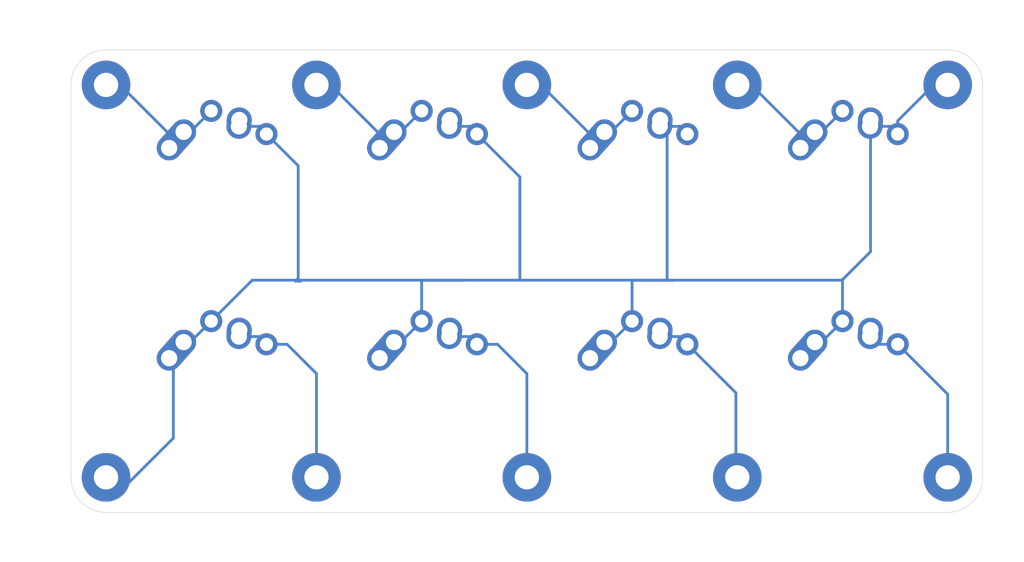
<source format=kicad_pcb>
(kicad_pcb (version 20171130) (host pcbnew "(5.1.9)-1")

  (general
    (thickness 1.6)
    (drawings 20)
    (tracks 84)
    (zones 0)
    (modules 18)
    (nets 10)
  )

  (page A4)
  (layers
    (0 F.Cu signal)
    (31 B.Cu signal)
    (32 B.Adhes user)
    (33 F.Adhes user)
    (34 B.Paste user)
    (35 F.Paste user)
    (36 B.SilkS user)
    (37 F.SilkS user)
    (38 B.Mask user)
    (39 F.Mask user)
    (40 Dwgs.User user)
    (41 Cmts.User user)
    (42 Eco1.User user)
    (43 Eco2.User user)
    (44 Edge.Cuts user)
    (45 Margin user)
    (46 B.CrtYd user)
    (47 F.CrtYd user)
    (48 B.Fab user)
    (49 F.Fab user)
  )

  (setup
    (last_trace_width 0.25)
    (trace_clearance 0.2)
    (zone_clearance 0.508)
    (zone_45_only no)
    (trace_min 0.2)
    (via_size 0.8)
    (via_drill 0.4)
    (via_min_size 0.4)
    (via_min_drill 0.3)
    (uvia_size 0.3)
    (uvia_drill 0.1)
    (uvias_allowed no)
    (uvia_min_size 0.2)
    (uvia_min_drill 0.1)
    (edge_width 0.05)
    (segment_width 0.2)
    (pcb_text_width 0.3)
    (pcb_text_size 1.5 1.5)
    (mod_edge_width 0.12)
    (mod_text_size 1 1)
    (mod_text_width 0.15)
    (pad_size 3.9878 3.9878)
    (pad_drill 3.9878)
    (pad_to_mask_clearance 0)
    (aux_axis_origin 0 0)
    (visible_elements FFFFFF7F)
    (pcbplotparams
      (layerselection 0x010fc_ffffffff)
      (usegerberextensions false)
      (usegerberattributes true)
      (usegerberadvancedattributes true)
      (creategerberjobfile true)
      (excludeedgelayer true)
      (linewidth 0.100000)
      (plotframeref false)
      (viasonmask false)
      (mode 1)
      (useauxorigin false)
      (hpglpennumber 1)
      (hpglpenspeed 20)
      (hpglpendiameter 15.000000)
      (psnegative false)
      (psa4output false)
      (plotreference true)
      (plotvalue true)
      (plotinvisibletext false)
      (padsonsilk false)
      (subtractmaskfromsilk false)
      (outputformat 1)
      (mirror false)
      (drillshape 0)
      (scaleselection 1)
      (outputdirectory "Gerber/"))
  )

  (net 0 "")
  (net 1 "Net-(H1-Pad1)")
  (net 2 "Net-(H2-Pad1)")
  (net 3 "Net-(H3-Pad1)")
  (net 4 "Net-(H4-Pad1)")
  (net 5 "Net-(H5-Pad1)")
  (net 6 "Net-(H6-Pad1)")
  (net 7 "Net-(H7-Pad1)")
  (net 8 "Net-(H8-Pad1)")
  (net 9 GND)

  (net_class Default "This is the default net class."
    (clearance 0.2)
    (trace_width 0.25)
    (via_dia 0.8)
    (via_drill 0.4)
    (uvia_dia 0.3)
    (uvia_drill 0.1)
    (add_net GND)
    (add_net "Net-(H1-Pad1)")
    (add_net "Net-(H2-Pad1)")
    (add_net "Net-(H3-Pad1)")
    (add_net "Net-(H4-Pad1)")
    (add_net "Net-(H5-Pad1)")
    (add_net "Net-(H6-Pad1)")
    (add_net "Net-(H7-Pad1)")
    (add_net "Net-(H8-Pad1)")
  )

  (module footprints:MX-Alps-Choc-1U (layer F.Cu) (tedit 5EABA920) (tstamp 6032F8EA)
    (at 50.8 69.85)
    (path /603E7227)
    (fp_text reference SW8 (at 0 3.175) (layer F.Fab)
      (effects (font (size 1 1) (thickness 0.15)))
    )
    (fp_text value SW_Push (at 0 -7.9375) (layer Dwgs.User)
      (effects (font (size 1 1) (thickness 0.15)))
    )
    (fp_line (start 5 -7) (end 7 -7) (layer Dwgs.User) (width 0.15))
    (fp_line (start 7 -7) (end 7 -5) (layer Dwgs.User) (width 0.15))
    (fp_line (start 5 7) (end 7 7) (layer Dwgs.User) (width 0.15))
    (fp_line (start 7 7) (end 7 5) (layer Dwgs.User) (width 0.15))
    (fp_line (start -7 5) (end -7 7) (layer Dwgs.User) (width 0.15))
    (fp_line (start -7 7) (end -5 7) (layer Dwgs.User) (width 0.15))
    (fp_line (start -5 -7) (end -7 -7) (layer Dwgs.User) (width 0.15))
    (fp_line (start -7 -7) (end -7 -5) (layer Dwgs.User) (width 0.15))
    (fp_line (start -9.525 -9.525) (end 9.525 -9.525) (layer Dwgs.User) (width 0.15))
    (fp_line (start 9.525 -9.525) (end 9.525 9.525) (layer Dwgs.User) (width 0.15))
    (fp_line (start 9.525 9.525) (end -9.525 9.525) (layer Dwgs.User) (width 0.15))
    (fp_line (start -9.525 9.525) (end -9.525 -9.525) (layer Dwgs.User) (width 0.15))
    (pad "" np_thru_hole circle (at -5.22 4.2 48.1) (size 0.8 0.8) (drill 0.8) (layers *.Cu *.Mask))
    (pad "" np_thru_hole circle (at 5.5 0 48.1) (size 1.7 1.7) (drill 1.7) (layers *.Cu *.Mask))
    (pad "" np_thru_hole circle (at -5.5 0 48.1) (size 1.7 1.7) (drill 1.7) (layers *.Cu *.Mask))
    (pad 1 thru_hole circle (at 0 -5.9) (size 2 2) (drill 1.2) (layers *.Cu *.Mask)
      (net 9 GND))
    (pad 2 thru_hole circle (at 5 -3.8) (size 2 2) (drill 1.2) (layers *.Cu *.Mask)
      (net 8 "Net-(H8-Pad1)"))
    (pad "" np_thru_hole circle (at 5.08 0 48.0996) (size 1.75 1.75) (drill 1.75) (layers *.Cu *.Mask))
    (pad "" np_thru_hole circle (at -5.08 0 48.0996) (size 1.75 1.75) (drill 1.75) (layers *.Cu *.Mask))
    (pad 1 thru_hole circle (at -2.5 -4) (size 2.25 2.25) (drill 1.47) (layers *.Cu *.Mask)
      (net 9 GND))
    (pad "" np_thru_hole circle (at 0 0) (size 3.9878 3.9878) (drill 3.9878) (layers *.Cu *.Mask))
    (pad 1 thru_hole oval (at -3.81 -2.54 48.1) (size 4.211556 2.25) (drill 1.47 (offset 0.980778 0)) (layers *.Cu *.Mask)
      (net 9 GND))
    (pad 2 thru_hole circle (at 2.54 -5.08) (size 2.25 2.25) (drill 1.47) (layers *.Cu *.Mask)
      (net 8 "Net-(H8-Pad1)"))
    (pad 2 thru_hole oval (at 2.5 -4.5 86.1) (size 2.831378 2.25) (drill 1.47 (offset 0.290689 0)) (layers *.Cu *.Mask)
      (net 8 "Net-(H8-Pad1)"))
  )

  (module footprints:MX-Alps-Choc-1U (layer F.Cu) (tedit 5EABA920) (tstamp 6032F04F)
    (at 69.85 69.85)
    (path /603E7B43)
    (fp_text reference SW7 (at 0 3.175) (layer F.Fab)
      (effects (font (size 1 1) (thickness 0.15)))
    )
    (fp_text value SW_Push (at 0 -7.9375) (layer Dwgs.User)
      (effects (font (size 1 1) (thickness 0.15)))
    )
    (fp_line (start 5 -7) (end 7 -7) (layer Dwgs.User) (width 0.15))
    (fp_line (start 7 -7) (end 7 -5) (layer Dwgs.User) (width 0.15))
    (fp_line (start 5 7) (end 7 7) (layer Dwgs.User) (width 0.15))
    (fp_line (start 7 7) (end 7 5) (layer Dwgs.User) (width 0.15))
    (fp_line (start -7 5) (end -7 7) (layer Dwgs.User) (width 0.15))
    (fp_line (start -7 7) (end -5 7) (layer Dwgs.User) (width 0.15))
    (fp_line (start -5 -7) (end -7 -7) (layer Dwgs.User) (width 0.15))
    (fp_line (start -7 -7) (end -7 -5) (layer Dwgs.User) (width 0.15))
    (fp_line (start -9.525 -9.525) (end 9.525 -9.525) (layer Dwgs.User) (width 0.15))
    (fp_line (start 9.525 -9.525) (end 9.525 9.525) (layer Dwgs.User) (width 0.15))
    (fp_line (start 9.525 9.525) (end -9.525 9.525) (layer Dwgs.User) (width 0.15))
    (fp_line (start -9.525 9.525) (end -9.525 -9.525) (layer Dwgs.User) (width 0.15))
    (pad "" np_thru_hole circle (at -5.22 4.2 48.1) (size 0.8 0.8) (drill 0.8) (layers *.Cu *.Mask))
    (pad "" np_thru_hole circle (at 5.5 0 48.1) (size 1.7 1.7) (drill 1.7) (layers *.Cu *.Mask))
    (pad "" np_thru_hole circle (at -5.5 0 48.1) (size 1.7 1.7) (drill 1.7) (layers *.Cu *.Mask))
    (pad 1 thru_hole circle (at 0 -5.9) (size 2 2) (drill 1.2) (layers *.Cu *.Mask)
      (net 9 GND))
    (pad 2 thru_hole circle (at 5 -3.8) (size 2 2) (drill 1.2) (layers *.Cu *.Mask)
      (net 7 "Net-(H7-Pad1)"))
    (pad "" np_thru_hole circle (at 5.08 0 48.0996) (size 1.75 1.75) (drill 1.75) (layers *.Cu *.Mask))
    (pad "" np_thru_hole circle (at -5.08 0 48.0996) (size 1.75 1.75) (drill 1.75) (layers *.Cu *.Mask))
    (pad 1 thru_hole circle (at -2.5 -4) (size 2.25 2.25) (drill 1.47) (layers *.Cu *.Mask)
      (net 9 GND))
    (pad "" np_thru_hole circle (at 0 0) (size 3.9878 3.9878) (drill 3.9878) (layers *.Cu *.Mask))
    (pad 1 thru_hole oval (at -3.81 -2.54 48.1) (size 4.211556 2.25) (drill 1.47 (offset 0.980778 0)) (layers *.Cu *.Mask)
      (net 9 GND))
    (pad 2 thru_hole circle (at 2.54 -5.08) (size 2.25 2.25) (drill 1.47) (layers *.Cu *.Mask)
      (net 7 "Net-(H7-Pad1)"))
    (pad 2 thru_hole oval (at 2.5 -4.5 86.1) (size 2.831378 2.25) (drill 1.47 (offset 0.290689 0)) (layers *.Cu *.Mask)
      (net 7 "Net-(H7-Pad1)"))
  )

  (module footprints:MX-Alps-Choc-1U (layer F.Cu) (tedit 5EABA920) (tstamp 6032F031)
    (at 88.9 69.85)
    (path /603E7E41)
    (fp_text reference SW6 (at 0 3.175) (layer F.Fab)
      (effects (font (size 1 1) (thickness 0.15)))
    )
    (fp_text value SW_Push (at 0 -7.9375) (layer Dwgs.User)
      (effects (font (size 1 1) (thickness 0.15)))
    )
    (fp_line (start 5 -7) (end 7 -7) (layer Dwgs.User) (width 0.15))
    (fp_line (start 7 -7) (end 7 -5) (layer Dwgs.User) (width 0.15))
    (fp_line (start 5 7) (end 7 7) (layer Dwgs.User) (width 0.15))
    (fp_line (start 7 7) (end 7 5) (layer Dwgs.User) (width 0.15))
    (fp_line (start -7 5) (end -7 7) (layer Dwgs.User) (width 0.15))
    (fp_line (start -7 7) (end -5 7) (layer Dwgs.User) (width 0.15))
    (fp_line (start -5 -7) (end -7 -7) (layer Dwgs.User) (width 0.15))
    (fp_line (start -7 -7) (end -7 -5) (layer Dwgs.User) (width 0.15))
    (fp_line (start -9.525 -9.525) (end 9.525 -9.525) (layer Dwgs.User) (width 0.15))
    (fp_line (start 9.525 -9.525) (end 9.525 9.525) (layer Dwgs.User) (width 0.15))
    (fp_line (start 9.525 9.525) (end -9.525 9.525) (layer Dwgs.User) (width 0.15))
    (fp_line (start -9.525 9.525) (end -9.525 -9.525) (layer Dwgs.User) (width 0.15))
    (pad "" np_thru_hole circle (at -5.22 4.2 48.1) (size 0.8 0.8) (drill 0.8) (layers *.Cu *.Mask))
    (pad "" np_thru_hole circle (at 5.5 0 48.1) (size 1.7 1.7) (drill 1.7) (layers *.Cu *.Mask))
    (pad "" np_thru_hole circle (at -5.5 0 48.1) (size 1.7 1.7) (drill 1.7) (layers *.Cu *.Mask))
    (pad 1 thru_hole circle (at 0 -5.9) (size 2 2) (drill 1.2) (layers *.Cu *.Mask)
      (net 9 GND))
    (pad 2 thru_hole circle (at 5 -3.8) (size 2 2) (drill 1.2) (layers *.Cu *.Mask)
      (net 6 "Net-(H6-Pad1)"))
    (pad "" np_thru_hole circle (at 5.08 0 48.0996) (size 1.75 1.75) (drill 1.75) (layers *.Cu *.Mask))
    (pad "" np_thru_hole circle (at -5.08 0 48.0996) (size 1.75 1.75) (drill 1.75) (layers *.Cu *.Mask))
    (pad 1 thru_hole circle (at -2.5 -4) (size 2.25 2.25) (drill 1.47) (layers *.Cu *.Mask)
      (net 9 GND))
    (pad "" np_thru_hole circle (at 0 0) (size 3.9878 3.9878) (drill 3.9878) (layers *.Cu *.Mask))
    (pad 1 thru_hole oval (at -3.81 -2.54 48.1) (size 4.211556 2.25) (drill 1.47 (offset 0.980778 0)) (layers *.Cu *.Mask)
      (net 9 GND))
    (pad 2 thru_hole circle (at 2.54 -5.08) (size 2.25 2.25) (drill 1.47) (layers *.Cu *.Mask)
      (net 6 "Net-(H6-Pad1)"))
    (pad 2 thru_hole oval (at 2.5 -4.5 86.1) (size 2.831378 2.25) (drill 1.47 (offset 0.290689 0)) (layers *.Cu *.Mask)
      (net 6 "Net-(H6-Pad1)"))
  )

  (module footprints:MX-Alps-Choc-1U (layer F.Cu) (tedit 5EABA920) (tstamp 6032F013)
    (at 107.95 69.85)
    (path /603E817F)
    (fp_text reference SW5 (at 0 3.175) (layer F.Fab)
      (effects (font (size 1 1) (thickness 0.15)))
    )
    (fp_text value SW_Push (at 0 -7.9375) (layer Dwgs.User)
      (effects (font (size 1 1) (thickness 0.15)))
    )
    (fp_line (start 5 -7) (end 7 -7) (layer Dwgs.User) (width 0.15))
    (fp_line (start 7 -7) (end 7 -5) (layer Dwgs.User) (width 0.15))
    (fp_line (start 5 7) (end 7 7) (layer Dwgs.User) (width 0.15))
    (fp_line (start 7 7) (end 7 5) (layer Dwgs.User) (width 0.15))
    (fp_line (start -7 5) (end -7 7) (layer Dwgs.User) (width 0.15))
    (fp_line (start -7 7) (end -5 7) (layer Dwgs.User) (width 0.15))
    (fp_line (start -5 -7) (end -7 -7) (layer Dwgs.User) (width 0.15))
    (fp_line (start -7 -7) (end -7 -5) (layer Dwgs.User) (width 0.15))
    (fp_line (start -9.525 -9.525) (end 9.525 -9.525) (layer Dwgs.User) (width 0.15))
    (fp_line (start 9.525 -9.525) (end 9.525 9.525) (layer Dwgs.User) (width 0.15))
    (fp_line (start 9.525 9.525) (end -9.525 9.525) (layer Dwgs.User) (width 0.15))
    (fp_line (start -9.525 9.525) (end -9.525 -9.525) (layer Dwgs.User) (width 0.15))
    (pad "" np_thru_hole circle (at -5.22 4.2 48.1) (size 0.8 0.8) (drill 0.8) (layers *.Cu *.Mask))
    (pad "" np_thru_hole circle (at 5.5 0 48.1) (size 1.7 1.7) (drill 1.7) (layers *.Cu *.Mask))
    (pad "" np_thru_hole circle (at -5.5 0 48.1) (size 1.7 1.7) (drill 1.7) (layers *.Cu *.Mask))
    (pad 1 thru_hole circle (at 0 -5.9) (size 2 2) (drill 1.2) (layers *.Cu *.Mask)
      (net 9 GND))
    (pad 2 thru_hole circle (at 5 -3.8) (size 2 2) (drill 1.2) (layers *.Cu *.Mask)
      (net 5 "Net-(H5-Pad1)"))
    (pad "" np_thru_hole circle (at 5.08 0 48.0996) (size 1.75 1.75) (drill 1.75) (layers *.Cu *.Mask))
    (pad "" np_thru_hole circle (at -5.08 0 48.0996) (size 1.75 1.75) (drill 1.75) (layers *.Cu *.Mask))
    (pad 1 thru_hole circle (at -2.5 -4) (size 2.25 2.25) (drill 1.47) (layers *.Cu *.Mask)
      (net 9 GND))
    (pad "" np_thru_hole circle (at 0 0) (size 3.9878 3.9878) (drill 3.9878) (layers *.Cu *.Mask))
    (pad 1 thru_hole oval (at -3.81 -2.54 48.1) (size 4.211556 2.25) (drill 1.47 (offset 0.980778 0)) (layers *.Cu *.Mask)
      (net 9 GND))
    (pad 2 thru_hole circle (at 2.54 -5.08) (size 2.25 2.25) (drill 1.47) (layers *.Cu *.Mask)
      (net 5 "Net-(H5-Pad1)"))
    (pad 2 thru_hole oval (at 2.5 -4.5 86.1) (size 2.831378 2.25) (drill 1.47 (offset 0.290689 0)) (layers *.Cu *.Mask)
      (net 5 "Net-(H5-Pad1)"))
  )

  (module footprints:MX-Alps-Choc-1U (layer F.Cu) (tedit 5EABA920) (tstamp 6032EFF5)
    (at 107.95 50.8)
    (path /603E6F81)
    (fp_text reference SW4 (at 0 3.175) (layer F.Fab)
      (effects (font (size 1 1) (thickness 0.15)))
    )
    (fp_text value SW_Push (at 0 -7.9375) (layer Dwgs.User)
      (effects (font (size 1 1) (thickness 0.15)))
    )
    (fp_line (start 5 -7) (end 7 -7) (layer Dwgs.User) (width 0.15))
    (fp_line (start 7 -7) (end 7 -5) (layer Dwgs.User) (width 0.15))
    (fp_line (start 5 7) (end 7 7) (layer Dwgs.User) (width 0.15))
    (fp_line (start 7 7) (end 7 5) (layer Dwgs.User) (width 0.15))
    (fp_line (start -7 5) (end -7 7) (layer Dwgs.User) (width 0.15))
    (fp_line (start -7 7) (end -5 7) (layer Dwgs.User) (width 0.15))
    (fp_line (start -5 -7) (end -7 -7) (layer Dwgs.User) (width 0.15))
    (fp_line (start -7 -7) (end -7 -5) (layer Dwgs.User) (width 0.15))
    (fp_line (start -9.525 -9.525) (end 9.525 -9.525) (layer Dwgs.User) (width 0.15))
    (fp_line (start 9.525 -9.525) (end 9.525 9.525) (layer Dwgs.User) (width 0.15))
    (fp_line (start 9.525 9.525) (end -9.525 9.525) (layer Dwgs.User) (width 0.15))
    (fp_line (start -9.525 9.525) (end -9.525 -9.525) (layer Dwgs.User) (width 0.15))
    (pad "" np_thru_hole circle (at -5.22 4.2 48.1) (size 0.8 0.8) (drill 0.8) (layers *.Cu *.Mask))
    (pad "" np_thru_hole circle (at 5.5 0 48.1) (size 1.7 1.7) (drill 1.7) (layers *.Cu *.Mask))
    (pad "" np_thru_hole circle (at -5.5 0 48.1) (size 1.7 1.7) (drill 1.7) (layers *.Cu *.Mask))
    (pad 1 thru_hole circle (at 0 -5.9) (size 2 2) (drill 1.2) (layers *.Cu *.Mask)
      (net 4 "Net-(H4-Pad1)"))
    (pad 2 thru_hole circle (at 5 -3.8) (size 2 2) (drill 1.2) (layers *.Cu *.Mask)
      (net 9 GND))
    (pad "" np_thru_hole circle (at 5.08 0 48.0996) (size 1.75 1.75) (drill 1.75) (layers *.Cu *.Mask))
    (pad "" np_thru_hole circle (at -5.08 0 48.0996) (size 1.75 1.75) (drill 1.75) (layers *.Cu *.Mask))
    (pad 1 thru_hole circle (at -2.5 -4) (size 2.25 2.25) (drill 1.47) (layers *.Cu *.Mask)
      (net 4 "Net-(H4-Pad1)"))
    (pad "" np_thru_hole circle (at 0 0) (size 3.9878 3.9878) (drill 3.9878) (layers *.Cu *.Mask))
    (pad 1 thru_hole oval (at -3.81 -2.54 48.1) (size 4.211556 2.25) (drill 1.47 (offset 0.980778 0)) (layers *.Cu *.Mask)
      (net 4 "Net-(H4-Pad1)"))
    (pad 2 thru_hole circle (at 2.54 -5.08) (size 2.25 2.25) (drill 1.47) (layers *.Cu *.Mask)
      (net 9 GND))
    (pad 2 thru_hole oval (at 2.5 -4.5 86.1) (size 2.831378 2.25) (drill 1.47 (offset 0.290689 0)) (layers *.Cu *.Mask)
      (net 9 GND))
  )

  (module footprints:MX-Alps-Choc-1U (layer F.Cu) (tedit 5EABA920) (tstamp 6032EFD7)
    (at 88.9 50.8)
    (path /603E6C6A)
    (fp_text reference SW3 (at 0 3.175) (layer F.Fab)
      (effects (font (size 1 1) (thickness 0.15)))
    )
    (fp_text value SW_Push (at 0 -7.9375) (layer Dwgs.User)
      (effects (font (size 1 1) (thickness 0.15)))
    )
    (fp_line (start 5 -7) (end 7 -7) (layer Dwgs.User) (width 0.15))
    (fp_line (start 7 -7) (end 7 -5) (layer Dwgs.User) (width 0.15))
    (fp_line (start 5 7) (end 7 7) (layer Dwgs.User) (width 0.15))
    (fp_line (start 7 7) (end 7 5) (layer Dwgs.User) (width 0.15))
    (fp_line (start -7 5) (end -7 7) (layer Dwgs.User) (width 0.15))
    (fp_line (start -7 7) (end -5 7) (layer Dwgs.User) (width 0.15))
    (fp_line (start -5 -7) (end -7 -7) (layer Dwgs.User) (width 0.15))
    (fp_line (start -7 -7) (end -7 -5) (layer Dwgs.User) (width 0.15))
    (fp_line (start -9.525 -9.525) (end 9.525 -9.525) (layer Dwgs.User) (width 0.15))
    (fp_line (start 9.525 -9.525) (end 9.525 9.525) (layer Dwgs.User) (width 0.15))
    (fp_line (start 9.525 9.525) (end -9.525 9.525) (layer Dwgs.User) (width 0.15))
    (fp_line (start -9.525 9.525) (end -9.525 -9.525) (layer Dwgs.User) (width 0.15))
    (pad "" np_thru_hole circle (at -5.22 4.2 48.1) (size 0.8 0.8) (drill 0.8) (layers *.Cu *.Mask))
    (pad "" np_thru_hole circle (at 5.5 0 48.1) (size 1.7 1.7) (drill 1.7) (layers *.Cu *.Mask))
    (pad "" np_thru_hole circle (at -5.5 0 48.1) (size 1.7 1.7) (drill 1.7) (layers *.Cu *.Mask))
    (pad 1 thru_hole circle (at 0 -5.9) (size 2 2) (drill 1.2) (layers *.Cu *.Mask)
      (net 3 "Net-(H3-Pad1)"))
    (pad 2 thru_hole circle (at 5 -3.8) (size 2 2) (drill 1.2) (layers *.Cu *.Mask)
      (net 9 GND))
    (pad "" np_thru_hole circle (at 5.08 0 48.0996) (size 1.75 1.75) (drill 1.75) (layers *.Cu *.Mask))
    (pad "" np_thru_hole circle (at -5.08 0 48.0996) (size 1.75 1.75) (drill 1.75) (layers *.Cu *.Mask))
    (pad 1 thru_hole circle (at -2.5 -4) (size 2.25 2.25) (drill 1.47) (layers *.Cu *.Mask)
      (net 3 "Net-(H3-Pad1)"))
    (pad "" np_thru_hole circle (at 0 0) (size 3.9878 3.9878) (drill 3.9878) (layers *.Cu *.Mask))
    (pad 1 thru_hole oval (at -3.81 -2.54 48.1) (size 4.211556 2.25) (drill 1.47 (offset 0.980778 0)) (layers *.Cu *.Mask)
      (net 3 "Net-(H3-Pad1)"))
    (pad 2 thru_hole circle (at 2.54 -5.08) (size 2.25 2.25) (drill 1.47) (layers *.Cu *.Mask)
      (net 9 GND))
    (pad 2 thru_hole oval (at 2.5 -4.5 86.1) (size 2.831378 2.25) (drill 1.47 (offset 0.290689 0)) (layers *.Cu *.Mask)
      (net 9 GND))
  )

  (module footprints:MX-Alps-Choc-1U (layer F.Cu) (tedit 5EABA920) (tstamp 6032EFB9)
    (at 69.85 50.8)
    (path /603E6825)
    (fp_text reference SW2 (at 0 3.175) (layer F.Fab)
      (effects (font (size 1 1) (thickness 0.15)))
    )
    (fp_text value SW_Push (at 0 -7.9375) (layer Dwgs.User)
      (effects (font (size 1 1) (thickness 0.15)))
    )
    (fp_line (start 5 -7) (end 7 -7) (layer Dwgs.User) (width 0.15))
    (fp_line (start 7 -7) (end 7 -5) (layer Dwgs.User) (width 0.15))
    (fp_line (start 5 7) (end 7 7) (layer Dwgs.User) (width 0.15))
    (fp_line (start 7 7) (end 7 5) (layer Dwgs.User) (width 0.15))
    (fp_line (start -7 5) (end -7 7) (layer Dwgs.User) (width 0.15))
    (fp_line (start -7 7) (end -5 7) (layer Dwgs.User) (width 0.15))
    (fp_line (start -5 -7) (end -7 -7) (layer Dwgs.User) (width 0.15))
    (fp_line (start -7 -7) (end -7 -5) (layer Dwgs.User) (width 0.15))
    (fp_line (start -9.525 -9.525) (end 9.525 -9.525) (layer Dwgs.User) (width 0.15))
    (fp_line (start 9.525 -9.525) (end 9.525 9.525) (layer Dwgs.User) (width 0.15))
    (fp_line (start 9.525 9.525) (end -9.525 9.525) (layer Dwgs.User) (width 0.15))
    (fp_line (start -9.525 9.525) (end -9.525 -9.525) (layer Dwgs.User) (width 0.15))
    (pad "" np_thru_hole circle (at -5.22 4.2 48.1) (size 0.8 0.8) (drill 0.8) (layers *.Cu *.Mask))
    (pad "" np_thru_hole circle (at 5.5 0 48.1) (size 1.7 1.7) (drill 1.7) (layers *.Cu *.Mask))
    (pad "" np_thru_hole circle (at -5.5 0 48.1) (size 1.7 1.7) (drill 1.7) (layers *.Cu *.Mask))
    (pad 1 thru_hole circle (at 0 -5.9) (size 2 2) (drill 1.2) (layers *.Cu *.Mask)
      (net 2 "Net-(H2-Pad1)"))
    (pad 2 thru_hole circle (at 5 -3.8) (size 2 2) (drill 1.2) (layers *.Cu *.Mask)
      (net 9 GND))
    (pad "" np_thru_hole circle (at 5.08 0 48.0996) (size 1.75 1.75) (drill 1.75) (layers *.Cu *.Mask))
    (pad "" np_thru_hole circle (at -5.08 0 48.0996) (size 1.75 1.75) (drill 1.75) (layers *.Cu *.Mask))
    (pad 1 thru_hole circle (at -2.5 -4) (size 2.25 2.25) (drill 1.47) (layers *.Cu *.Mask)
      (net 2 "Net-(H2-Pad1)"))
    (pad "" np_thru_hole circle (at 0 0) (size 3.9878 3.9878) (drill 3.9878) (layers *.Cu *.Mask))
    (pad 1 thru_hole oval (at -3.81 -2.54 48.1) (size 4.211556 2.25) (drill 1.47 (offset 0.980778 0)) (layers *.Cu *.Mask)
      (net 2 "Net-(H2-Pad1)"))
    (pad 2 thru_hole circle (at 2.54 -5.08) (size 2.25 2.25) (drill 1.47) (layers *.Cu *.Mask)
      (net 9 GND))
    (pad 2 thru_hole oval (at 2.5 -4.5 86.1) (size 2.831378 2.25) (drill 1.47 (offset 0.290689 0)) (layers *.Cu *.Mask)
      (net 9 GND))
  )

  (module footprints:MX-Alps-Choc-1U (layer F.Cu) (tedit 5EABA920) (tstamp 6032EF9B)
    (at 50.8 50.8)
    (path /603E621E)
    (fp_text reference SW1 (at 0 3.175) (layer F.Fab)
      (effects (font (size 1 1) (thickness 0.15)))
    )
    (fp_text value SW_Push (at 0 -7.9375) (layer Dwgs.User)
      (effects (font (size 1 1) (thickness 0.15)))
    )
    (fp_line (start 5 -7) (end 7 -7) (layer Dwgs.User) (width 0.15))
    (fp_line (start 7 -7) (end 7 -5) (layer Dwgs.User) (width 0.15))
    (fp_line (start 5 7) (end 7 7) (layer Dwgs.User) (width 0.15))
    (fp_line (start 7 7) (end 7 5) (layer Dwgs.User) (width 0.15))
    (fp_line (start -7 5) (end -7 7) (layer Dwgs.User) (width 0.15))
    (fp_line (start -7 7) (end -5 7) (layer Dwgs.User) (width 0.15))
    (fp_line (start -5 -7) (end -7 -7) (layer Dwgs.User) (width 0.15))
    (fp_line (start -7 -7) (end -7 -5) (layer Dwgs.User) (width 0.15))
    (fp_line (start -9.525 -9.525) (end 9.525 -9.525) (layer Dwgs.User) (width 0.15))
    (fp_line (start 9.525 -9.525) (end 9.525 9.525) (layer Dwgs.User) (width 0.15))
    (fp_line (start 9.525 9.525) (end -9.525 9.525) (layer Dwgs.User) (width 0.15))
    (fp_line (start -9.525 9.525) (end -9.525 -9.525) (layer Dwgs.User) (width 0.15))
    (pad "" np_thru_hole circle (at -5.22 4.2 48.1) (size 0.8 0.8) (drill 0.8) (layers *.Cu *.Mask))
    (pad "" np_thru_hole circle (at 5.5 0 48.1) (size 1.7 1.7) (drill 1.7) (layers *.Cu *.Mask))
    (pad "" np_thru_hole circle (at -5.5 0 48.1) (size 1.7 1.7) (drill 1.7) (layers *.Cu *.Mask))
    (pad 1 thru_hole circle (at 0 -5.9) (size 2 2) (drill 1.2) (layers *.Cu *.Mask)
      (net 1 "Net-(H1-Pad1)"))
    (pad 2 thru_hole circle (at 5 -3.8) (size 2 2) (drill 1.2) (layers *.Cu *.Mask)
      (net 9 GND))
    (pad "" np_thru_hole circle (at 5.08 0 48.0996) (size 1.75 1.75) (drill 1.75) (layers *.Cu *.Mask))
    (pad "" np_thru_hole circle (at -5.08 0 48.0996) (size 1.75 1.75) (drill 1.75) (layers *.Cu *.Mask))
    (pad 1 thru_hole circle (at -2.5 -4) (size 2.25 2.25) (drill 1.47) (layers *.Cu *.Mask)
      (net 1 "Net-(H1-Pad1)"))
    (pad "" np_thru_hole circle (at 0 0) (size 3.9878 3.9878) (drill 3.9878) (layers *.Cu *.Mask))
    (pad 1 thru_hole oval (at -3.81 -2.54 48.1) (size 4.211556 2.25) (drill 1.47 (offset 0.980778 0)) (layers *.Cu *.Mask)
      (net 1 "Net-(H1-Pad1)"))
    (pad 2 thru_hole circle (at 2.54 -5.08) (size 2.25 2.25) (drill 1.47) (layers *.Cu *.Mask)
      (net 9 GND))
    (pad 2 thru_hole oval (at 2.5 -4.5 86.1) (size 2.831378 2.25) (drill 1.47 (offset 0.290689 0)) (layers *.Cu *.Mask)
      (net 9 GND))
  )

  (module MountingHole:MountingHole_2.2mm_M2_Pad_TopBottom (layer F.Cu) (tedit 56D1B4CB) (tstamp 6032EF7D)
    (at 41.275 78.105)
    (descr "Mounting Hole 2.2mm, M2")
    (tags "mounting hole 2.2mm m2")
    (path /603E3E34)
    (attr virtual)
    (fp_text reference H10 (at 0 -3.2) (layer F.SilkS) hide
      (effects (font (size 1 1) (thickness 0.15)))
    )
    (fp_text value MountingHole_Pad (at 0 3.2) (layer F.Fab)
      (effects (font (size 1 1) (thickness 0.15)))
    )
    (fp_text user %R (at 0.3 0) (layer F.Fab)
      (effects (font (size 1 1) (thickness 0.15)))
    )
    (fp_circle (center 0 0) (end 2.2 0) (layer Cmts.User) (width 0.15))
    (fp_circle (center 0 0) (end 2.45 0) (layer F.CrtYd) (width 0.05))
    (pad 1 connect circle (at 0 0) (size 4.4 4.4) (layers B.Cu B.Mask)
      (net 9 GND))
    (pad 1 connect circle (at 0 0) (size 4.4 4.4) (layers F.Cu F.Mask)
      (net 9 GND))
    (pad 1 thru_hole circle (at 0 0) (size 2.6 2.6) (drill 2.2) (layers *.Cu *.Mask)
      (net 9 GND))
  )

  (module MountingHole:MountingHole_2.2mm_M2_Pad_TopBottom (layer F.Cu) (tedit 56D1B4CB) (tstamp 6032EF73)
    (at 117.475 42.545)
    (descr "Mounting Hole 2.2mm, M2")
    (tags "mounting hole 2.2mm m2")
    (path /603E3C21)
    (attr virtual)
    (fp_text reference H9 (at 0 -3.2) (layer F.SilkS) hide
      (effects (font (size 1 1) (thickness 0.15)))
    )
    (fp_text value MountingHole_Pad (at 0 3.2) (layer F.Fab)
      (effects (font (size 1 1) (thickness 0.15)))
    )
    (fp_text user %R (at 0.3 0) (layer F.Fab)
      (effects (font (size 1 1) (thickness 0.15)))
    )
    (fp_circle (center 0 0) (end 2.2 0) (layer Cmts.User) (width 0.15))
    (fp_circle (center 0 0) (end 2.45 0) (layer F.CrtYd) (width 0.05))
    (pad 1 connect circle (at 0 0) (size 4.4 4.4) (layers B.Cu B.Mask)
      (net 9 GND))
    (pad 1 connect circle (at 0 0) (size 4.4 4.4) (layers F.Cu F.Mask)
      (net 9 GND))
    (pad 1 thru_hole circle (at 0 0) (size 2.6 2.6) (drill 2.2) (layers *.Cu *.Mask)
      (net 9 GND))
  )

  (module MountingHole:MountingHole_2.2mm_M2_Pad_TopBottom (layer F.Cu) (tedit 56D1B4CB) (tstamp 6032EF69)
    (at 60.325 78.105)
    (descr "Mounting Hole 2.2mm, M2")
    (tags "mounting hole 2.2mm m2")
    (path /603E43D9)
    (attr virtual)
    (fp_text reference H8 (at 0 -3.2) (layer F.SilkS) hide
      (effects (font (size 1 1) (thickness 0.15)))
    )
    (fp_text value MountingHole_Pad (at 0 3.2) (layer F.Fab)
      (effects (font (size 1 1) (thickness 0.15)))
    )
    (fp_text user %R (at 0.3 0) (layer F.Fab)
      (effects (font (size 1 1) (thickness 0.15)))
    )
    (fp_circle (center 0 0) (end 2.2 0) (layer Cmts.User) (width 0.15))
    (fp_circle (center 0 0) (end 2.45 0) (layer F.CrtYd) (width 0.05))
    (pad 1 connect circle (at 0 0) (size 4.4 4.4) (layers B.Cu B.Mask)
      (net 8 "Net-(H8-Pad1)"))
    (pad 1 connect circle (at 0 0) (size 4.4 4.4) (layers F.Cu F.Mask)
      (net 8 "Net-(H8-Pad1)"))
    (pad 1 thru_hole circle (at 0 0) (size 2.6 2.6) (drill 2.2) (layers *.Cu *.Mask)
      (net 8 "Net-(H8-Pad1)"))
  )

  (module MountingHole:MountingHole_2.2mm_M2_Pad_TopBottom (layer F.Cu) (tedit 56D1B4CB) (tstamp 6032EF5F)
    (at 79.375 78.105)
    (descr "Mounting Hole 2.2mm, M2")
    (tags "mounting hole 2.2mm m2")
    (path /603E460A)
    (attr virtual)
    (fp_text reference H7 (at 0 -3.2) (layer F.SilkS) hide
      (effects (font (size 1 1) (thickness 0.15)))
    )
    (fp_text value MountingHole_Pad (at 0 3.2) (layer F.Fab)
      (effects (font (size 1 1) (thickness 0.15)))
    )
    (fp_text user %R (at 0.3 0) (layer F.Fab)
      (effects (font (size 1 1) (thickness 0.15)))
    )
    (fp_circle (center 0 0) (end 2.2 0) (layer Cmts.User) (width 0.15))
    (fp_circle (center 0 0) (end 2.45 0) (layer F.CrtYd) (width 0.05))
    (pad 1 connect circle (at 0 0) (size 4.4 4.4) (layers B.Cu B.Mask)
      (net 7 "Net-(H7-Pad1)"))
    (pad 1 connect circle (at 0 0) (size 4.4 4.4) (layers F.Cu F.Mask)
      (net 7 "Net-(H7-Pad1)"))
    (pad 1 thru_hole circle (at 0 0) (size 2.6 2.6) (drill 2.2) (layers *.Cu *.Mask)
      (net 7 "Net-(H7-Pad1)"))
  )

  (module MountingHole:MountingHole_2.2mm_M2_Pad_TopBottom (layer F.Cu) (tedit 56D1B4CB) (tstamp 6032EF55)
    (at 98.425 78.105)
    (descr "Mounting Hole 2.2mm, M2")
    (tags "mounting hole 2.2mm m2")
    (path /603E485C)
    (attr virtual)
    (fp_text reference H6 (at 0 -3.2) (layer F.SilkS) hide
      (effects (font (size 1 1) (thickness 0.15)))
    )
    (fp_text value MountingHole_Pad (at 0 3.2) (layer F.Fab)
      (effects (font (size 1 1) (thickness 0.15)))
    )
    (fp_text user %R (at 0.3 0) (layer F.Fab)
      (effects (font (size 1 1) (thickness 0.15)))
    )
    (fp_circle (center 0 0) (end 2.2 0) (layer Cmts.User) (width 0.15))
    (fp_circle (center 0 0) (end 2.45 0) (layer F.CrtYd) (width 0.05))
    (pad 1 connect circle (at 0 0) (size 4.4 4.4) (layers B.Cu B.Mask)
      (net 6 "Net-(H6-Pad1)"))
    (pad 1 connect circle (at 0 0) (size 4.4 4.4) (layers F.Cu F.Mask)
      (net 6 "Net-(H6-Pad1)"))
    (pad 1 thru_hole circle (at 0 0) (size 2.6 2.6) (drill 2.2) (layers *.Cu *.Mask)
      (net 6 "Net-(H6-Pad1)"))
  )

  (module MountingHole:MountingHole_2.2mm_M2_Pad_TopBottom (layer F.Cu) (tedit 56D1B4CB) (tstamp 6032EF4B)
    (at 117.475 78.105)
    (descr "Mounting Hole 2.2mm, M2")
    (tags "mounting hole 2.2mm m2")
    (path /603E4B1C)
    (attr virtual)
    (fp_text reference H5 (at 0 -3.2) (layer F.SilkS) hide
      (effects (font (size 1 1) (thickness 0.15)))
    )
    (fp_text value MountingHole_Pad (at 0 3.2) (layer F.Fab)
      (effects (font (size 1 1) (thickness 0.15)))
    )
    (fp_text user %R (at 0.3 0) (layer F.Fab)
      (effects (font (size 1 1) (thickness 0.15)))
    )
    (fp_circle (center 0 0) (end 2.2 0) (layer Cmts.User) (width 0.15))
    (fp_circle (center 0 0) (end 2.45 0) (layer F.CrtYd) (width 0.05))
    (pad 1 connect circle (at 0 0) (size 4.4 4.4) (layers B.Cu B.Mask)
      (net 5 "Net-(H5-Pad1)"))
    (pad 1 connect circle (at 0 0) (size 4.4 4.4) (layers F.Cu F.Mask)
      (net 5 "Net-(H5-Pad1)"))
    (pad 1 thru_hole circle (at 0 0) (size 2.6 2.6) (drill 2.2) (layers *.Cu *.Mask)
      (net 5 "Net-(H5-Pad1)"))
  )

  (module MountingHole:MountingHole_2.2mm_M2_Pad_TopBottom (layer F.Cu) (tedit 56D1B4CB) (tstamp 6032EF41)
    (at 98.425 42.545)
    (descr "Mounting Hole 2.2mm, M2")
    (tags "mounting hole 2.2mm m2")
    (path /603E3A55)
    (attr virtual)
    (fp_text reference H4 (at 0 -3.2) (layer F.SilkS) hide
      (effects (font (size 1 1) (thickness 0.15)))
    )
    (fp_text value MountingHole_Pad (at 0 3.2) (layer F.Fab)
      (effects (font (size 1 1) (thickness 0.15)))
    )
    (fp_text user %R (at 0.3 0) (layer F.Fab)
      (effects (font (size 1 1) (thickness 0.15)))
    )
    (fp_circle (center 0 0) (end 2.2 0) (layer Cmts.User) (width 0.15))
    (fp_circle (center 0 0) (end 2.45 0) (layer F.CrtYd) (width 0.05))
    (pad 1 connect circle (at 0 0) (size 4.4 4.4) (layers B.Cu B.Mask)
      (net 4 "Net-(H4-Pad1)"))
    (pad 1 connect circle (at 0 0) (size 4.4 4.4) (layers F.Cu F.Mask)
      (net 4 "Net-(H4-Pad1)"))
    (pad 1 thru_hole circle (at 0 0) (size 2.6 2.6) (drill 2.2) (layers *.Cu *.Mask)
      (net 4 "Net-(H4-Pad1)"))
  )

  (module MountingHole:MountingHole_2.2mm_M2_Pad_TopBottom (layer F.Cu) (tedit 56D1B4CB) (tstamp 6032EF37)
    (at 79.375 42.545)
    (descr "Mounting Hole 2.2mm, M2")
    (tags "mounting hole 2.2mm m2")
    (path /603E37FE)
    (attr virtual)
    (fp_text reference H3 (at 0 -3.2) (layer F.SilkS) hide
      (effects (font (size 1 1) (thickness 0.15)))
    )
    (fp_text value MountingHole_Pad (at 0 3.2) (layer F.Fab)
      (effects (font (size 1 1) (thickness 0.15)))
    )
    (fp_text user %R (at 0.3 0) (layer F.Fab)
      (effects (font (size 1 1) (thickness 0.15)))
    )
    (fp_circle (center 0 0) (end 2.2 0) (layer Cmts.User) (width 0.15))
    (fp_circle (center 0 0) (end 2.45 0) (layer F.CrtYd) (width 0.05))
    (pad 1 connect circle (at 0 0) (size 4.4 4.4) (layers B.Cu B.Mask)
      (net 3 "Net-(H3-Pad1)"))
    (pad 1 connect circle (at 0 0) (size 4.4 4.4) (layers F.Cu F.Mask)
      (net 3 "Net-(H3-Pad1)"))
    (pad 1 thru_hole circle (at 0 0) (size 2.6 2.6) (drill 2.2) (layers *.Cu *.Mask)
      (net 3 "Net-(H3-Pad1)"))
  )

  (module MountingHole:MountingHole_2.2mm_M2_Pad_TopBottom (layer F.Cu) (tedit 56D1B4CB) (tstamp 6032EF2D)
    (at 60.325 42.545)
    (descr "Mounting Hole 2.2mm, M2")
    (tags "mounting hole 2.2mm m2")
    (path /603E3667)
    (attr virtual)
    (fp_text reference H2 (at 0 -3.2) (layer F.SilkS) hide
      (effects (font (size 1 1) (thickness 0.15)))
    )
    (fp_text value MountingHole_Pad (at 0 3.2) (layer F.Fab)
      (effects (font (size 1 1) (thickness 0.15)))
    )
    (fp_text user %R (at 0.3 0) (layer F.Fab)
      (effects (font (size 1 1) (thickness 0.15)))
    )
    (fp_circle (center 0 0) (end 2.2 0) (layer Cmts.User) (width 0.15))
    (fp_circle (center 0 0) (end 2.45 0) (layer F.CrtYd) (width 0.05))
    (pad 1 connect circle (at 0 0) (size 4.4 4.4) (layers B.Cu B.Mask)
      (net 2 "Net-(H2-Pad1)"))
    (pad 1 connect circle (at 0 0) (size 4.4 4.4) (layers F.Cu F.Mask)
      (net 2 "Net-(H2-Pad1)"))
    (pad 1 thru_hole circle (at 0 0) (size 2.6 2.6) (drill 2.2) (layers *.Cu *.Mask)
      (net 2 "Net-(H2-Pad1)"))
  )

  (module MountingHole:MountingHole_2.2mm_M2_Pad_TopBottom (layer F.Cu) (tedit 56D1B4CB) (tstamp 6032EF23)
    (at 41.275 42.545)
    (descr "Mounting Hole 2.2mm, M2")
    (tags "mounting hole 2.2mm m2")
    (path /603E3293)
    (attr virtual)
    (fp_text reference H1 (at 0 -3.2) (layer F.SilkS) hide
      (effects (font (size 1 1) (thickness 0.15)))
    )
    (fp_text value MountingHole_Pad (at 0 3.2) (layer F.Fab)
      (effects (font (size 1 1) (thickness 0.15)))
    )
    (fp_text user %R (at 0.3 0) (layer F.Fab)
      (effects (font (size 1 1) (thickness 0.15)))
    )
    (fp_circle (center 0 0) (end 2.2 0) (layer Cmts.User) (width 0.15))
    (fp_circle (center 0 0) (end 2.45 0) (layer F.CrtYd) (width 0.05))
    (pad 1 connect circle (at 0 0) (size 4.4 4.4) (layers B.Cu B.Mask)
      (net 1 "Net-(H1-Pad1)"))
    (pad 1 connect circle (at 0 0) (size 4.4 4.4) (layers F.Cu F.Mask)
      (net 1 "Net-(H1-Pad1)"))
    (pad 1 thru_hole circle (at 0 0) (size 2.6 2.6) (drill 2.2) (layers *.Cu *.Mask)
      (net 1 "Net-(H1-Pad1)"))
  )

  (gr_line (start 38.1 59.69) (end 120.65 59.69) (layer Cmts.User) (width 0.15))
  (gr_line (start 79.375 39.37) (end 79.375 81.28) (layer Cmts.User) (width 0.15))
  (gr_line (start 120.65 78.105) (end 120.65 42.545) (layer Edge.Cuts) (width 0.05) (tstamp 60330A72))
  (gr_line (start 41.275 81.28) (end 117.475 81.28) (layer Edge.Cuts) (width 0.05) (tstamp 60330A71))
  (gr_line (start 38.1 78.105) (end 38.1 42.545) (layer Edge.Cuts) (width 0.05) (tstamp 60330A70))
  (gr_arc (start 41.275 78.105) (end 38.1 78.105) (angle -90) (layer Edge.Cuts) (width 0.05))
  (gr_arc (start 117.475 78.105) (end 117.475 81.28) (angle -90) (layer Edge.Cuts) (width 0.05))
  (gr_line (start 117.475 39.37) (end 41.275 39.37) (layer Edge.Cuts) (width 0.05) (tstamp 60330A55))
  (gr_arc (start 117.475 42.545) (end 120.65 42.545) (angle -90) (layer Edge.Cuts) (width 0.05))
  (gr_arc (start 41.275 42.545) (end 41.275 39.37) (angle -90) (layer Edge.Cuts) (width 0.05))
  (gr_line (start 34.925 60.325) (end 123.825 60.325) (layer Cmts.User) (width 0.15))
  (gr_line (start 41.275 60.325) (end 31.75 60.325) (layer Cmts.User) (width 0.15))
  (gr_line (start 41.275 85.725) (end 117.475 85.725) (layer Dwgs.User) (width 0.15) (tstamp 603302F2))
  (gr_line (start 34.925 41.275) (end 34.925 79.375) (layer Dwgs.User) (width 0.15) (tstamp 603302F1))
  (gr_line (start 117.475 34.925) (end 41.275 34.925) (layer Dwgs.User) (width 0.15) (tstamp 603302F0))
  (gr_line (start 123.825 79.375) (end 123.825 41.275) (layer Dwgs.User) (width 0.15) (tstamp 603302EF))
  (gr_arc (start 117.475 79.375) (end 117.475 85.725) (angle -90) (layer Dwgs.User) (width 0.15))
  (gr_arc (start 41.275 79.375) (end 34.925 79.375) (angle -90) (layer Dwgs.User) (width 0.15))
  (gr_arc (start 41.275 41.275) (end 41.275 34.925) (angle -90) (layer Dwgs.User) (width 0.15))
  (gr_arc (start 117.475 41.275) (end 123.825 41.275) (angle -90) (layer Dwgs.User) (width 0.15))

  (segment (start 46.8 46.8) (end 48.3 46.8) (width 0.25) (layer B.Cu) (net 1))
  (segment (start 41.275 41.275) (end 46.8 46.8) (width 0.25) (layer B.Cu) (net 1))
  (segment (start 47.44 48.26) (end 50.8 44.9) (width 0.25) (layer B.Cu) (net 1))
  (segment (start 46.99 48.26) (end 47.44 48.26) (width 0.25) (layer B.Cu) (net 1))
  (segment (start 66.04 46.99) (end 66.04 48.26) (width 0.25) (layer B.Cu) (net 2))
  (segment (start 60.325 41.275) (end 66.04 46.99) (width 0.25) (layer B.Cu) (net 2))
  (segment (start 66.49 48.26) (end 69.85 44.9) (width 0.25) (layer B.Cu) (net 2))
  (segment (start 66.04 48.26) (end 66.49 48.26) (width 0.25) (layer B.Cu) (net 2))
  (segment (start 85.09 46.99) (end 85.09 48.26) (width 0.25) (layer B.Cu) (net 3))
  (segment (start 79.375 41.275) (end 85.09 46.99) (width 0.25) (layer B.Cu) (net 3))
  (segment (start 85.54 48.26) (end 88.9 44.9) (width 0.25) (layer B.Cu) (net 3))
  (segment (start 85.09 48.26) (end 85.54 48.26) (width 0.25) (layer B.Cu) (net 3))
  (segment (start 103.95 46.8) (end 105.45 46.8) (width 0.25) (layer B.Cu) (net 4))
  (segment (start 98.425 41.275) (end 103.95 46.8) (width 0.25) (layer B.Cu) (net 4))
  (segment (start 104.59 48.26) (end 107.95 44.9) (width 0.25) (layer B.Cu) (net 4))
  (segment (start 104.14 48.26) (end 104.59 48.26) (width 0.25) (layer B.Cu) (net 4))
  (segment (start 117.475 70.575) (end 112.95 66.05) (width 0.25) (layer B.Cu) (net 5))
  (segment (start 117.475 79.375) (end 117.475 70.575) (width 0.25) (layer B.Cu) (net 5))
  (segment (start 111.15 66.05) (end 110.45 65.35) (width 0.25) (layer B.Cu) (net 5))
  (segment (start 112.95 66.05) (end 111.15 66.05) (width 0.25) (layer B.Cu) (net 5))
  (segment (start 93.2 65.35) (end 93.9 66.05) (width 0.25) (layer B.Cu) (net 6))
  (segment (start 91.4 65.35) (end 93.2 65.35) (width 0.25) (layer B.Cu) (net 6))
  (segment (start 98.298 79.248) (end 98.425 79.375) (width 0.25) (layer B.Cu) (net 6))
  (segment (start 98.298 70.448) (end 98.298 79.248) (width 0.25) (layer B.Cu) (net 6))
  (segment (start 93.9 66.05) (end 98.298 70.448) (width 0.25) (layer B.Cu) (net 6))
  (segment (start 74.15 65.35) (end 74.85 66.05) (width 0.25) (layer B.Cu) (net 7))
  (segment (start 72.35 65.35) (end 74.15 65.35) (width 0.25) (layer B.Cu) (net 7))
  (segment (start 74.85 66.05) (end 76.718 66.05) (width 0.25) (layer B.Cu) (net 7))
  (segment (start 79.375 68.707) (end 79.375 79.375) (width 0.25) (layer B.Cu) (net 7))
  (segment (start 76.718 66.05) (end 79.375 68.707) (width 0.25) (layer B.Cu) (net 7))
  (segment (start 55.1 65.35) (end 55.8 66.05) (width 0.25) (layer B.Cu) (net 8))
  (segment (start 53.3 65.35) (end 55.1 65.35) (width 0.25) (layer B.Cu) (net 8))
  (segment (start 55.8 66.05) (end 57.668 66.05) (width 0.25) (layer B.Cu) (net 8))
  (segment (start 60.325 68.707) (end 60.325 79.375) (width 0.25) (layer B.Cu) (net 8))
  (segment (start 57.668 66.05) (end 60.325 68.707) (width 0.25) (layer B.Cu) (net 8))
  (segment (start 55.1 46.3) (end 55.8 47) (width 0.25) (layer B.Cu) (net 9))
  (segment (start 53.3 46.3) (end 55.1 46.3) (width 0.25) (layer B.Cu) (net 9))
  (segment (start 93.2 46.3) (end 93.9 47) (width 0.25) (layer B.Cu) (net 9))
  (segment (start 91.4 46.3) (end 93.2 46.3) (width 0.25) (layer B.Cu) (net 9))
  (segment (start 112.25 46.3) (end 112.95 47) (width 0.25) (layer B.Cu) (net 9))
  (segment (start 110.45 46.3) (end 112.25 46.3) (width 0.25) (layer B.Cu) (net 9))
  (segment (start 112.95 45.8) (end 112.95 47) (width 0.25) (layer B.Cu) (net 9))
  (segment (start 117.475 41.275) (end 112.95 45.8) (width 0.25) (layer B.Cu) (net 9))
  (segment (start 104.59 67.31) (end 107.95 63.95) (width 0.25) (layer B.Cu) (net 9))
  (segment (start 104.14 67.31) (end 104.59 67.31) (width 0.25) (layer B.Cu) (net 9))
  (segment (start 54.512 60.238) (end 50.8 63.95) (width 0.25) (layer B.Cu) (net 9))
  (segment (start 47.44 67.31) (end 50.8 63.95) (width 0.25) (layer B.Cu) (net 9))
  (segment (start 46.99 67.31) (end 47.44 67.31) (width 0.25) (layer B.Cu) (net 9))
  (segment (start 66.49 67.31) (end 69.85 63.95) (width 0.25) (layer B.Cu) (net 9))
  (segment (start 66.04 67.31) (end 66.49 67.31) (width 0.25) (layer B.Cu) (net 9))
  (segment (start 85.54 67.31) (end 88.9 63.95) (width 0.25) (layer B.Cu) (net 9))
  (segment (start 85.09 67.31) (end 85.54 67.31) (width 0.25) (layer B.Cu) (net 9))
  (segment (start 58.968 60.238) (end 54.512 60.238) (width 0.25) (layer B.Cu) (net 9))
  (segment (start 73.562 60.238) (end 58.968 60.238) (width 0.25) (layer B.Cu) (net 9))
  (segment (start 74.85 47) (end 78.74 50.89) (width 0.25) (layer B.Cu) (net 9))
  (segment (start 78.74 60.151) (end 78.827 60.238) (width 0.25) (layer B.Cu) (net 9))
  (segment (start 78.74 50.89) (end 78.74 60.151) (width 0.25) (layer B.Cu) (net 9))
  (segment (start 78.827 60.238) (end 73.562 60.238) (width 0.25) (layer B.Cu) (net 9))
  (segment (start 92.612 60.238) (end 78.827 60.238) (width 0.25) (layer B.Cu) (net 9))
  (segment (start 74.15 46.3) (end 74.85 47) (width 0.25) (layer B.Cu) (net 9))
  (segment (start 72.35 46.3) (end 74.15 46.3) (width 0.25) (layer B.Cu) (net 9))
  (segment (start 92.115 60.238) (end 92.612 60.238) (width 0.25) (layer B.Cu) (net 9))
  (segment (start 92.075 60.198) (end 92.115 60.238) (width 0.25) (layer B.Cu) (net 9))
  (segment (start 92.075 46.975) (end 92.075 60.198) (width 0.25) (layer B.Cu) (net 9))
  (segment (start 91.4 46.3) (end 92.075 46.975) (width 0.25) (layer B.Cu) (net 9))
  (segment (start 88.9 60.238) (end 88.9 63.95) (width 0.25) (layer B.Cu) (net 9))
  (segment (start 92.612 60.238) (end 88.9 60.238) (width 0.25) (layer B.Cu) (net 9))
  (segment (start 107.91 60.238) (end 92.612 60.238) (width 0.25) (layer B.Cu) (net 9))
  (segment (start 107.95 60.198) (end 107.91 60.238) (width 0.25) (layer B.Cu) (net 9))
  (segment (start 107.95 60.198) (end 107.95 63.95) (width 0.25) (layer B.Cu) (net 9))
  (segment (start 110.49 57.658) (end 107.95 60.198) (width 0.25) (layer B.Cu) (net 9))
  (segment (start 110.49 46.34) (end 110.49 57.658) (width 0.25) (layer B.Cu) (net 9))
  (segment (start 110.45 46.3) (end 110.49 46.34) (width 0.25) (layer B.Cu) (net 9))
  (segment (start 69.85 60.238) (end 69.85 63.95) (width 0.25) (layer B.Cu) (net 9))
  (segment (start 73.562 60.238) (end 69.85 60.238) (width 0.25) (layer B.Cu) (net 9))
  (segment (start 58.881 60.325) (end 58.968 60.238) (width 0.25) (layer B.Cu) (net 9))
  (segment (start 58.42 60.325) (end 58.881 60.325) (width 0.25) (layer B.Cu) (net 9))
  (segment (start 58.674 60.071) (end 58.42 60.325) (width 0.25) (layer B.Cu) (net 9))
  (segment (start 58.674 49.874) (end 58.674 60.071) (width 0.25) (layer B.Cu) (net 9))
  (segment (start 55.8 47) (end 58.674 49.874) (width 0.25) (layer B.Cu) (net 9))
  (segment (start 47.371 74.549) (end 47.371 67.691) (width 0.25) (layer B.Cu) (net 9))
  (segment (start 47.371 67.691) (end 46.99 67.31) (width 0.25) (layer B.Cu) (net 9))
  (segment (start 42.545 79.375) (end 47.371 74.549) (width 0.25) (layer B.Cu) (net 9))
  (segment (start 41.275 79.375) (end 42.545 79.375) (width 0.25) (layer B.Cu) (net 9))

)

</source>
